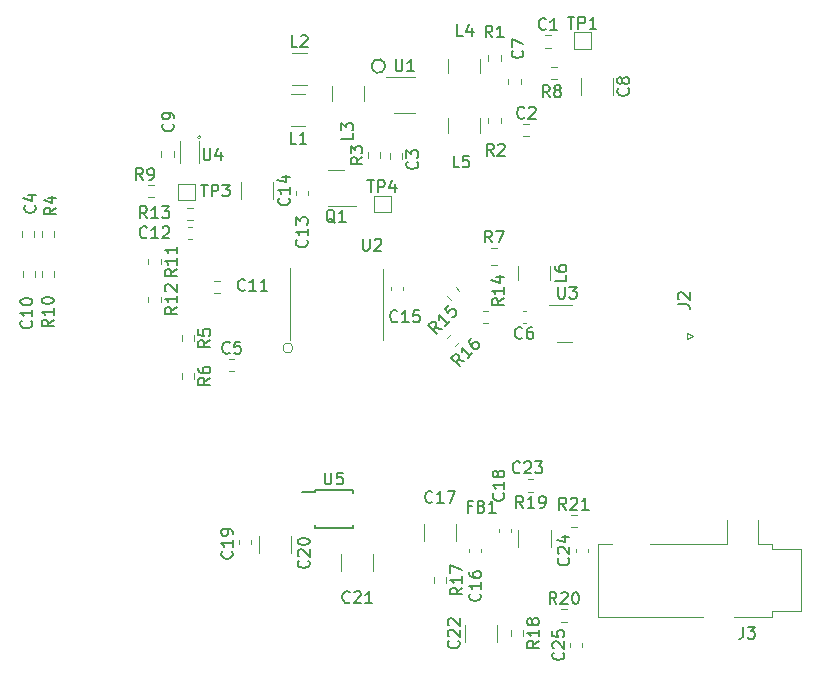
<source format=gbr>
%TF.GenerationSoftware,KiCad,Pcbnew,6.0.2+dfsg-1*%
%TF.CreationDate,2024-07-06T12:30:45+10:00*%
%TF.ProjectId,ulx3s_mixer,756c7833-735f-46d6-9978-65722e6b6963,rev?*%
%TF.SameCoordinates,Original*%
%TF.FileFunction,Legend,Top*%
%TF.FilePolarity,Positive*%
%FSLAX46Y46*%
G04 Gerber Fmt 4.6, Leading zero omitted, Abs format (unit mm)*
G04 Created by KiCad (PCBNEW 6.0.2+dfsg-1) date 2024-07-06 12:30:45*
%MOMM*%
%LPD*%
G01*
G04 APERTURE LIST*
%ADD10C,0.150000*%
%ADD11C,0.120000*%
G04 APERTURE END LIST*
D10*
X123097548Y-55465143D02*
G75*
G03*
X123090000Y-55470000I-317548J485143D01*
G01*
%TO.C,U5*%
X118238095Y-89402380D02*
X118238095Y-90211904D01*
X118285714Y-90307142D01*
X118333333Y-90354761D01*
X118428571Y-90402380D01*
X118619047Y-90402380D01*
X118714285Y-90354761D01*
X118761904Y-90307142D01*
X118809523Y-90211904D01*
X118809523Y-89402380D01*
X119761904Y-89402380D02*
X119285714Y-89402380D01*
X119238095Y-89878571D01*
X119285714Y-89830952D01*
X119380952Y-89783333D01*
X119619047Y-89783333D01*
X119714285Y-89830952D01*
X119761904Y-89878571D01*
X119809523Y-89973809D01*
X119809523Y-90211904D01*
X119761904Y-90307142D01*
X119714285Y-90354761D01*
X119619047Y-90402380D01*
X119380952Y-90402380D01*
X119285714Y-90354761D01*
X119238095Y-90307142D01*
%TO.C,R21*%
X138682142Y-92522380D02*
X138348809Y-92046190D01*
X138110714Y-92522380D02*
X138110714Y-91522380D01*
X138491666Y-91522380D01*
X138586904Y-91570000D01*
X138634523Y-91617619D01*
X138682142Y-91712857D01*
X138682142Y-91855714D01*
X138634523Y-91950952D01*
X138586904Y-91998571D01*
X138491666Y-92046190D01*
X138110714Y-92046190D01*
X139063095Y-91617619D02*
X139110714Y-91570000D01*
X139205952Y-91522380D01*
X139444047Y-91522380D01*
X139539285Y-91570000D01*
X139586904Y-91617619D01*
X139634523Y-91712857D01*
X139634523Y-91808095D01*
X139586904Y-91950952D01*
X139015476Y-92522380D01*
X139634523Y-92522380D01*
X140586904Y-92522380D02*
X140015476Y-92522380D01*
X140301190Y-92522380D02*
X140301190Y-91522380D01*
X140205952Y-91665238D01*
X140110714Y-91760476D01*
X140015476Y-91808095D01*
%TO.C,R20*%
X137857142Y-100522380D02*
X137523809Y-100046190D01*
X137285714Y-100522380D02*
X137285714Y-99522380D01*
X137666666Y-99522380D01*
X137761904Y-99570000D01*
X137809523Y-99617619D01*
X137857142Y-99712857D01*
X137857142Y-99855714D01*
X137809523Y-99950952D01*
X137761904Y-99998571D01*
X137666666Y-100046190D01*
X137285714Y-100046190D01*
X138238095Y-99617619D02*
X138285714Y-99570000D01*
X138380952Y-99522380D01*
X138619047Y-99522380D01*
X138714285Y-99570000D01*
X138761904Y-99617619D01*
X138809523Y-99712857D01*
X138809523Y-99808095D01*
X138761904Y-99950952D01*
X138190476Y-100522380D01*
X138809523Y-100522380D01*
X139428571Y-99522380D02*
X139523809Y-99522380D01*
X139619047Y-99570000D01*
X139666666Y-99617619D01*
X139714285Y-99712857D01*
X139761904Y-99903333D01*
X139761904Y-100141428D01*
X139714285Y-100331904D01*
X139666666Y-100427142D01*
X139619047Y-100474761D01*
X139523809Y-100522380D01*
X139428571Y-100522380D01*
X139333333Y-100474761D01*
X139285714Y-100427142D01*
X139238095Y-100331904D01*
X139190476Y-100141428D01*
X139190476Y-99903333D01*
X139238095Y-99712857D01*
X139285714Y-99617619D01*
X139333333Y-99570000D01*
X139428571Y-99522380D01*
%TO.C,R19*%
X135032142Y-92382380D02*
X134698809Y-91906190D01*
X134460714Y-92382380D02*
X134460714Y-91382380D01*
X134841666Y-91382380D01*
X134936904Y-91430000D01*
X134984523Y-91477619D01*
X135032142Y-91572857D01*
X135032142Y-91715714D01*
X134984523Y-91810952D01*
X134936904Y-91858571D01*
X134841666Y-91906190D01*
X134460714Y-91906190D01*
X135984523Y-92382380D02*
X135413095Y-92382380D01*
X135698809Y-92382380D02*
X135698809Y-91382380D01*
X135603571Y-91525238D01*
X135508333Y-91620476D01*
X135413095Y-91668095D01*
X136460714Y-92382380D02*
X136651190Y-92382380D01*
X136746428Y-92334761D01*
X136794047Y-92287142D01*
X136889285Y-92144285D01*
X136936904Y-91953809D01*
X136936904Y-91572857D01*
X136889285Y-91477619D01*
X136841666Y-91430000D01*
X136746428Y-91382380D01*
X136555952Y-91382380D01*
X136460714Y-91430000D01*
X136413095Y-91477619D01*
X136365476Y-91572857D01*
X136365476Y-91810952D01*
X136413095Y-91906190D01*
X136460714Y-91953809D01*
X136555952Y-92001428D01*
X136746428Y-92001428D01*
X136841666Y-91953809D01*
X136889285Y-91906190D01*
X136936904Y-91810952D01*
%TO.C,R18*%
X136382380Y-103642857D02*
X135906190Y-103976190D01*
X136382380Y-104214285D02*
X135382380Y-104214285D01*
X135382380Y-103833333D01*
X135430000Y-103738095D01*
X135477619Y-103690476D01*
X135572857Y-103642857D01*
X135715714Y-103642857D01*
X135810952Y-103690476D01*
X135858571Y-103738095D01*
X135906190Y-103833333D01*
X135906190Y-104214285D01*
X136382380Y-102690476D02*
X136382380Y-103261904D01*
X136382380Y-102976190D02*
X135382380Y-102976190D01*
X135525238Y-103071428D01*
X135620476Y-103166666D01*
X135668095Y-103261904D01*
X135810952Y-102119047D02*
X135763333Y-102214285D01*
X135715714Y-102261904D01*
X135620476Y-102309523D01*
X135572857Y-102309523D01*
X135477619Y-102261904D01*
X135430000Y-102214285D01*
X135382380Y-102119047D01*
X135382380Y-101928571D01*
X135430000Y-101833333D01*
X135477619Y-101785714D01*
X135572857Y-101738095D01*
X135620476Y-101738095D01*
X135715714Y-101785714D01*
X135763333Y-101833333D01*
X135810952Y-101928571D01*
X135810952Y-102119047D01*
X135858571Y-102214285D01*
X135906190Y-102261904D01*
X136001428Y-102309523D01*
X136191904Y-102309523D01*
X136287142Y-102261904D01*
X136334761Y-102214285D01*
X136382380Y-102119047D01*
X136382380Y-101928571D01*
X136334761Y-101833333D01*
X136287142Y-101785714D01*
X136191904Y-101738095D01*
X136001428Y-101738095D01*
X135906190Y-101785714D01*
X135858571Y-101833333D01*
X135810952Y-101928571D01*
%TO.C,R17*%
X129882380Y-99142857D02*
X129406190Y-99476190D01*
X129882380Y-99714285D02*
X128882380Y-99714285D01*
X128882380Y-99333333D01*
X128930000Y-99238095D01*
X128977619Y-99190476D01*
X129072857Y-99142857D01*
X129215714Y-99142857D01*
X129310952Y-99190476D01*
X129358571Y-99238095D01*
X129406190Y-99333333D01*
X129406190Y-99714285D01*
X129882380Y-98190476D02*
X129882380Y-98761904D01*
X129882380Y-98476190D02*
X128882380Y-98476190D01*
X129025238Y-98571428D01*
X129120476Y-98666666D01*
X129168095Y-98761904D01*
X128882380Y-97857142D02*
X128882380Y-97190476D01*
X129882380Y-97619047D01*
%TO.C,J3*%
X153666666Y-102452380D02*
X153666666Y-103166666D01*
X153619047Y-103309523D01*
X153523809Y-103404761D01*
X153380952Y-103452380D01*
X153285714Y-103452380D01*
X154047619Y-102452380D02*
X154666666Y-102452380D01*
X154333333Y-102833333D01*
X154476190Y-102833333D01*
X154571428Y-102880952D01*
X154619047Y-102928571D01*
X154666666Y-103023809D01*
X154666666Y-103261904D01*
X154619047Y-103357142D01*
X154571428Y-103404761D01*
X154476190Y-103452380D01*
X154190476Y-103452380D01*
X154095238Y-103404761D01*
X154047619Y-103357142D01*
%TO.C,FB1*%
X130666666Y-92258571D02*
X130333333Y-92258571D01*
X130333333Y-92782380D02*
X130333333Y-91782380D01*
X130809523Y-91782380D01*
X131523809Y-92258571D02*
X131666666Y-92306190D01*
X131714285Y-92353809D01*
X131761904Y-92449047D01*
X131761904Y-92591904D01*
X131714285Y-92687142D01*
X131666666Y-92734761D01*
X131571428Y-92782380D01*
X131190476Y-92782380D01*
X131190476Y-91782380D01*
X131523809Y-91782380D01*
X131619047Y-91830000D01*
X131666666Y-91877619D01*
X131714285Y-91972857D01*
X131714285Y-92068095D01*
X131666666Y-92163333D01*
X131619047Y-92210952D01*
X131523809Y-92258571D01*
X131190476Y-92258571D01*
X132714285Y-92782380D02*
X132142857Y-92782380D01*
X132428571Y-92782380D02*
X132428571Y-91782380D01*
X132333333Y-91925238D01*
X132238095Y-92020476D01*
X132142857Y-92068095D01*
%TO.C,C25*%
X138427142Y-104642857D02*
X138474761Y-104690476D01*
X138522380Y-104833333D01*
X138522380Y-104928571D01*
X138474761Y-105071428D01*
X138379523Y-105166666D01*
X138284285Y-105214285D01*
X138093809Y-105261904D01*
X137950952Y-105261904D01*
X137760476Y-105214285D01*
X137665238Y-105166666D01*
X137570000Y-105071428D01*
X137522380Y-104928571D01*
X137522380Y-104833333D01*
X137570000Y-104690476D01*
X137617619Y-104642857D01*
X137617619Y-104261904D02*
X137570000Y-104214285D01*
X137522380Y-104119047D01*
X137522380Y-103880952D01*
X137570000Y-103785714D01*
X137617619Y-103738095D01*
X137712857Y-103690476D01*
X137808095Y-103690476D01*
X137950952Y-103738095D01*
X138522380Y-104309523D01*
X138522380Y-103690476D01*
X137522380Y-102785714D02*
X137522380Y-103261904D01*
X137998571Y-103309523D01*
X137950952Y-103261904D01*
X137903333Y-103166666D01*
X137903333Y-102928571D01*
X137950952Y-102833333D01*
X137998571Y-102785714D01*
X138093809Y-102738095D01*
X138331904Y-102738095D01*
X138427142Y-102785714D01*
X138474761Y-102833333D01*
X138522380Y-102928571D01*
X138522380Y-103166666D01*
X138474761Y-103261904D01*
X138427142Y-103309523D01*
%TO.C,C24*%
X138857142Y-96642857D02*
X138904761Y-96690476D01*
X138952380Y-96833333D01*
X138952380Y-96928571D01*
X138904761Y-97071428D01*
X138809523Y-97166666D01*
X138714285Y-97214285D01*
X138523809Y-97261904D01*
X138380952Y-97261904D01*
X138190476Y-97214285D01*
X138095238Y-97166666D01*
X138000000Y-97071428D01*
X137952380Y-96928571D01*
X137952380Y-96833333D01*
X138000000Y-96690476D01*
X138047619Y-96642857D01*
X138047619Y-96261904D02*
X138000000Y-96214285D01*
X137952380Y-96119047D01*
X137952380Y-95880952D01*
X138000000Y-95785714D01*
X138047619Y-95738095D01*
X138142857Y-95690476D01*
X138238095Y-95690476D01*
X138380952Y-95738095D01*
X138952380Y-96309523D01*
X138952380Y-95690476D01*
X138285714Y-94833333D02*
X138952380Y-94833333D01*
X137904761Y-95071428D02*
X138619047Y-95309523D01*
X138619047Y-94690476D01*
%TO.C,C23*%
X134769400Y-89357142D02*
X134721781Y-89404761D01*
X134578924Y-89452380D01*
X134483686Y-89452380D01*
X134340829Y-89404761D01*
X134245591Y-89309523D01*
X134197972Y-89214285D01*
X134150353Y-89023809D01*
X134150353Y-88880952D01*
X134197972Y-88690476D01*
X134245591Y-88595238D01*
X134340829Y-88500000D01*
X134483686Y-88452380D01*
X134578924Y-88452380D01*
X134721781Y-88500000D01*
X134769400Y-88547619D01*
X135150353Y-88547619D02*
X135197972Y-88500000D01*
X135293210Y-88452380D01*
X135531305Y-88452380D01*
X135626543Y-88500000D01*
X135674162Y-88547619D01*
X135721781Y-88642857D01*
X135721781Y-88738095D01*
X135674162Y-88880952D01*
X135102734Y-89452380D01*
X135721781Y-89452380D01*
X136055115Y-88452380D02*
X136674162Y-88452380D01*
X136340829Y-88833333D01*
X136483686Y-88833333D01*
X136578924Y-88880952D01*
X136626543Y-88928571D01*
X136674162Y-89023809D01*
X136674162Y-89261904D01*
X136626543Y-89357142D01*
X136578924Y-89404761D01*
X136483686Y-89452380D01*
X136197972Y-89452380D01*
X136102734Y-89404761D01*
X136055115Y-89357142D01*
%TO.C,C22*%
X129557142Y-103642857D02*
X129604761Y-103690476D01*
X129652380Y-103833333D01*
X129652380Y-103928571D01*
X129604761Y-104071428D01*
X129509523Y-104166666D01*
X129414285Y-104214285D01*
X129223809Y-104261904D01*
X129080952Y-104261904D01*
X128890476Y-104214285D01*
X128795238Y-104166666D01*
X128700000Y-104071428D01*
X128652380Y-103928571D01*
X128652380Y-103833333D01*
X128700000Y-103690476D01*
X128747619Y-103642857D01*
X128747619Y-103261904D02*
X128700000Y-103214285D01*
X128652380Y-103119047D01*
X128652380Y-102880952D01*
X128700000Y-102785714D01*
X128747619Y-102738095D01*
X128842857Y-102690476D01*
X128938095Y-102690476D01*
X129080952Y-102738095D01*
X129652380Y-103309523D01*
X129652380Y-102690476D01*
X128747619Y-102309523D02*
X128700000Y-102261904D01*
X128652380Y-102166666D01*
X128652380Y-101928571D01*
X128700000Y-101833333D01*
X128747619Y-101785714D01*
X128842857Y-101738095D01*
X128938095Y-101738095D01*
X129080952Y-101785714D01*
X129652380Y-102357142D01*
X129652380Y-101738095D01*
%TO.C,C21*%
X120357142Y-100357142D02*
X120309523Y-100404761D01*
X120166666Y-100452380D01*
X120071428Y-100452380D01*
X119928571Y-100404761D01*
X119833333Y-100309523D01*
X119785714Y-100214285D01*
X119738095Y-100023809D01*
X119738095Y-99880952D01*
X119785714Y-99690476D01*
X119833333Y-99595238D01*
X119928571Y-99500000D01*
X120071428Y-99452380D01*
X120166666Y-99452380D01*
X120309523Y-99500000D01*
X120357142Y-99547619D01*
X120738095Y-99547619D02*
X120785714Y-99500000D01*
X120880952Y-99452380D01*
X121119047Y-99452380D01*
X121214285Y-99500000D01*
X121261904Y-99547619D01*
X121309523Y-99642857D01*
X121309523Y-99738095D01*
X121261904Y-99880952D01*
X120690476Y-100452380D01*
X121309523Y-100452380D01*
X122261904Y-100452380D02*
X121690476Y-100452380D01*
X121976190Y-100452380D02*
X121976190Y-99452380D01*
X121880952Y-99595238D01*
X121785714Y-99690476D01*
X121690476Y-99738095D01*
%TO.C,C20*%
X116857142Y-96854109D02*
X116904761Y-96901728D01*
X116952380Y-97044585D01*
X116952380Y-97139823D01*
X116904761Y-97282680D01*
X116809523Y-97377918D01*
X116714285Y-97425537D01*
X116523809Y-97473156D01*
X116380952Y-97473156D01*
X116190476Y-97425537D01*
X116095238Y-97377918D01*
X116000000Y-97282680D01*
X115952380Y-97139823D01*
X115952380Y-97044585D01*
X116000000Y-96901728D01*
X116047619Y-96854109D01*
X116047619Y-96473156D02*
X116000000Y-96425537D01*
X115952380Y-96330299D01*
X115952380Y-96092204D01*
X116000000Y-95996966D01*
X116047619Y-95949347D01*
X116142857Y-95901728D01*
X116238095Y-95901728D01*
X116380952Y-95949347D01*
X116952380Y-96520775D01*
X116952380Y-95901728D01*
X115952380Y-95282680D02*
X115952380Y-95187442D01*
X116000000Y-95092204D01*
X116047619Y-95044585D01*
X116142857Y-94996966D01*
X116333333Y-94949347D01*
X116571428Y-94949347D01*
X116761904Y-94996966D01*
X116857142Y-95044585D01*
X116904761Y-95092204D01*
X116952380Y-95187442D01*
X116952380Y-95282680D01*
X116904761Y-95377918D01*
X116857142Y-95425537D01*
X116761904Y-95473156D01*
X116571428Y-95520775D01*
X116333333Y-95520775D01*
X116142857Y-95473156D01*
X116047619Y-95425537D01*
X116000000Y-95377918D01*
X115952380Y-95282680D01*
%TO.C,C19*%
X110357142Y-96058437D02*
X110404761Y-96106056D01*
X110452380Y-96248913D01*
X110452380Y-96344151D01*
X110404761Y-96487008D01*
X110309523Y-96582246D01*
X110214285Y-96629865D01*
X110023809Y-96677484D01*
X109880952Y-96677484D01*
X109690476Y-96629865D01*
X109595238Y-96582246D01*
X109500000Y-96487008D01*
X109452380Y-96344151D01*
X109452380Y-96248913D01*
X109500000Y-96106056D01*
X109547619Y-96058437D01*
X110452380Y-95106056D02*
X110452380Y-95677484D01*
X110452380Y-95391770D02*
X109452380Y-95391770D01*
X109595238Y-95487008D01*
X109690476Y-95582246D01*
X109738095Y-95677484D01*
X110452380Y-94629865D02*
X110452380Y-94439389D01*
X110404761Y-94344151D01*
X110357142Y-94296532D01*
X110214285Y-94201294D01*
X110023809Y-94153675D01*
X109642857Y-94153675D01*
X109547619Y-94201294D01*
X109500000Y-94248913D01*
X109452380Y-94344151D01*
X109452380Y-94534627D01*
X109500000Y-94629865D01*
X109547619Y-94677484D01*
X109642857Y-94725103D01*
X109880952Y-94725103D01*
X109976190Y-94677484D01*
X110023809Y-94629865D01*
X110071428Y-94534627D01*
X110071428Y-94344151D01*
X110023809Y-94248913D01*
X109976190Y-94201294D01*
X109880952Y-94153675D01*
%TO.C,C18*%
X133357142Y-91142857D02*
X133404761Y-91190476D01*
X133452380Y-91333333D01*
X133452380Y-91428571D01*
X133404761Y-91571428D01*
X133309523Y-91666666D01*
X133214285Y-91714285D01*
X133023809Y-91761904D01*
X132880952Y-91761904D01*
X132690476Y-91714285D01*
X132595238Y-91666666D01*
X132500000Y-91571428D01*
X132452380Y-91428571D01*
X132452380Y-91333333D01*
X132500000Y-91190476D01*
X132547619Y-91142857D01*
X133452380Y-90190476D02*
X133452380Y-90761904D01*
X133452380Y-90476190D02*
X132452380Y-90476190D01*
X132595238Y-90571428D01*
X132690476Y-90666666D01*
X132738095Y-90761904D01*
X132880952Y-89619047D02*
X132833333Y-89714285D01*
X132785714Y-89761904D01*
X132690476Y-89809523D01*
X132642857Y-89809523D01*
X132547619Y-89761904D01*
X132500000Y-89714285D01*
X132452380Y-89619047D01*
X132452380Y-89428571D01*
X132500000Y-89333333D01*
X132547619Y-89285714D01*
X132642857Y-89238095D01*
X132690476Y-89238095D01*
X132785714Y-89285714D01*
X132833333Y-89333333D01*
X132880952Y-89428571D01*
X132880952Y-89619047D01*
X132928571Y-89714285D01*
X132976190Y-89761904D01*
X133071428Y-89809523D01*
X133261904Y-89809523D01*
X133357142Y-89761904D01*
X133404761Y-89714285D01*
X133452380Y-89619047D01*
X133452380Y-89428571D01*
X133404761Y-89333333D01*
X133357142Y-89285714D01*
X133261904Y-89238095D01*
X133071428Y-89238095D01*
X132976190Y-89285714D01*
X132928571Y-89333333D01*
X132880952Y-89428571D01*
%TO.C,C17*%
X127357142Y-91857142D02*
X127309523Y-91904761D01*
X127166666Y-91952380D01*
X127071428Y-91952380D01*
X126928571Y-91904761D01*
X126833333Y-91809523D01*
X126785714Y-91714285D01*
X126738095Y-91523809D01*
X126738095Y-91380952D01*
X126785714Y-91190476D01*
X126833333Y-91095238D01*
X126928571Y-91000000D01*
X127071428Y-90952380D01*
X127166666Y-90952380D01*
X127309523Y-91000000D01*
X127357142Y-91047619D01*
X128309523Y-91952380D02*
X127738095Y-91952380D01*
X128023809Y-91952380D02*
X128023809Y-90952380D01*
X127928571Y-91095238D01*
X127833333Y-91190476D01*
X127738095Y-91238095D01*
X128642857Y-90952380D02*
X129309523Y-90952380D01*
X128880952Y-91952380D01*
%TO.C,C16*%
X131357142Y-99642857D02*
X131404761Y-99690476D01*
X131452380Y-99833333D01*
X131452380Y-99928571D01*
X131404761Y-100071428D01*
X131309523Y-100166666D01*
X131214285Y-100214285D01*
X131023809Y-100261904D01*
X130880952Y-100261904D01*
X130690476Y-100214285D01*
X130595238Y-100166666D01*
X130500000Y-100071428D01*
X130452380Y-99928571D01*
X130452380Y-99833333D01*
X130500000Y-99690476D01*
X130547619Y-99642857D01*
X131452380Y-98690476D02*
X131452380Y-99261904D01*
X131452380Y-98976190D02*
X130452380Y-98976190D01*
X130595238Y-99071428D01*
X130690476Y-99166666D01*
X130738095Y-99261904D01*
X130452380Y-97833333D02*
X130452380Y-98023809D01*
X130500000Y-98119047D01*
X130547619Y-98166666D01*
X130690476Y-98261904D01*
X130880952Y-98309523D01*
X131261904Y-98309523D01*
X131357142Y-98261904D01*
X131404761Y-98214285D01*
X131452380Y-98119047D01*
X131452380Y-97928571D01*
X131404761Y-97833333D01*
X131357142Y-97785714D01*
X131261904Y-97738095D01*
X131023809Y-97738095D01*
X130928571Y-97785714D01*
X130880952Y-97833333D01*
X130833333Y-97928571D01*
X130833333Y-98119047D01*
X130880952Y-98214285D01*
X130928571Y-98261904D01*
X131023809Y-98309523D01*
%TO.C,C13*%
X116697142Y-69682857D02*
X116744761Y-69730476D01*
X116792380Y-69873333D01*
X116792380Y-69968571D01*
X116744761Y-70111428D01*
X116649523Y-70206666D01*
X116554285Y-70254285D01*
X116363809Y-70301904D01*
X116220952Y-70301904D01*
X116030476Y-70254285D01*
X115935238Y-70206666D01*
X115840000Y-70111428D01*
X115792380Y-69968571D01*
X115792380Y-69873333D01*
X115840000Y-69730476D01*
X115887619Y-69682857D01*
X116792380Y-68730476D02*
X116792380Y-69301904D01*
X116792380Y-69016190D02*
X115792380Y-69016190D01*
X115935238Y-69111428D01*
X116030476Y-69206666D01*
X116078095Y-69301904D01*
X115792380Y-68397142D02*
X115792380Y-67778095D01*
X116173333Y-68111428D01*
X116173333Y-67968571D01*
X116220952Y-67873333D01*
X116268571Y-67825714D01*
X116363809Y-67778095D01*
X116601904Y-67778095D01*
X116697142Y-67825714D01*
X116744761Y-67873333D01*
X116792380Y-67968571D01*
X116792380Y-68254285D01*
X116744761Y-68349523D01*
X116697142Y-68397142D01*
%TO.C,R10*%
X95277380Y-76447857D02*
X94801190Y-76781190D01*
X95277380Y-77019285D02*
X94277380Y-77019285D01*
X94277380Y-76638333D01*
X94325000Y-76543095D01*
X94372619Y-76495476D01*
X94467857Y-76447857D01*
X94610714Y-76447857D01*
X94705952Y-76495476D01*
X94753571Y-76543095D01*
X94801190Y-76638333D01*
X94801190Y-77019285D01*
X95277380Y-75495476D02*
X95277380Y-76066904D01*
X95277380Y-75781190D02*
X94277380Y-75781190D01*
X94420238Y-75876428D01*
X94515476Y-75971666D01*
X94563095Y-76066904D01*
X94277380Y-74876428D02*
X94277380Y-74781190D01*
X94325000Y-74685952D01*
X94372619Y-74638333D01*
X94467857Y-74590714D01*
X94658333Y-74543095D01*
X94896428Y-74543095D01*
X95086904Y-74590714D01*
X95182142Y-74638333D01*
X95229761Y-74685952D01*
X95277380Y-74781190D01*
X95277380Y-74876428D01*
X95229761Y-74971666D01*
X95182142Y-75019285D01*
X95086904Y-75066904D01*
X94896428Y-75114523D01*
X94658333Y-75114523D01*
X94467857Y-75066904D01*
X94372619Y-75019285D01*
X94325000Y-74971666D01*
X94277380Y-74876428D01*
%TO.C,U3*%
X138000595Y-73657380D02*
X138000595Y-74466904D01*
X138048214Y-74562142D01*
X138095833Y-74609761D01*
X138191071Y-74657380D01*
X138381547Y-74657380D01*
X138476785Y-74609761D01*
X138524404Y-74562142D01*
X138572023Y-74466904D01*
X138572023Y-73657380D01*
X138952976Y-73657380D02*
X139572023Y-73657380D01*
X139238690Y-74038333D01*
X139381547Y-74038333D01*
X139476785Y-74085952D01*
X139524404Y-74133571D01*
X139572023Y-74228809D01*
X139572023Y-74466904D01*
X139524404Y-74562142D01*
X139476785Y-74609761D01*
X139381547Y-74657380D01*
X139095833Y-74657380D01*
X139000595Y-74609761D01*
X138952976Y-74562142D01*
%TO.C,R16*%
X130065312Y-79984451D02*
X129492893Y-79883436D01*
X129661251Y-80388512D02*
X128954145Y-79681405D01*
X129223519Y-79412031D01*
X129324534Y-79378359D01*
X129391877Y-79378359D01*
X129492893Y-79412031D01*
X129593908Y-79513046D01*
X129627580Y-79614062D01*
X129627580Y-79681405D01*
X129593908Y-79782420D01*
X129324534Y-80051794D01*
X130738748Y-79311016D02*
X130334687Y-79715077D01*
X130536717Y-79513046D02*
X129829610Y-78805939D01*
X129863282Y-78974298D01*
X129863282Y-79108985D01*
X129829610Y-79210001D01*
X130637732Y-77997817D02*
X130503045Y-78132504D01*
X130469374Y-78233520D01*
X130469374Y-78300863D01*
X130503045Y-78469222D01*
X130604061Y-78637581D01*
X130873435Y-78906955D01*
X130974450Y-78940626D01*
X131041793Y-78940626D01*
X131142809Y-78906955D01*
X131277496Y-78772268D01*
X131311167Y-78671252D01*
X131311167Y-78603909D01*
X131277496Y-78502894D01*
X131109137Y-78334535D01*
X131008122Y-78300863D01*
X130940778Y-78300863D01*
X130839763Y-78334535D01*
X130705076Y-78469222D01*
X130671404Y-78570237D01*
X130671404Y-78637581D01*
X130705076Y-78738596D01*
%TO.C,R14*%
X133389880Y-74647857D02*
X132913690Y-74981190D01*
X133389880Y-75219285D02*
X132389880Y-75219285D01*
X132389880Y-74838333D01*
X132437500Y-74743095D01*
X132485119Y-74695476D01*
X132580357Y-74647857D01*
X132723214Y-74647857D01*
X132818452Y-74695476D01*
X132866071Y-74743095D01*
X132913690Y-74838333D01*
X132913690Y-75219285D01*
X133389880Y-73695476D02*
X133389880Y-74266904D01*
X133389880Y-73981190D02*
X132389880Y-73981190D01*
X132532738Y-74076428D01*
X132627976Y-74171666D01*
X132675595Y-74266904D01*
X132723214Y-72838333D02*
X133389880Y-72838333D01*
X132342261Y-73076428D02*
X133056547Y-73314523D01*
X133056547Y-72695476D01*
%TO.C,L6*%
X138694880Y-72671666D02*
X138694880Y-73147857D01*
X137694880Y-73147857D01*
X137694880Y-71909761D02*
X137694880Y-72100238D01*
X137742500Y-72195476D01*
X137790119Y-72243095D01*
X137932976Y-72338333D01*
X138123452Y-72385952D01*
X138504404Y-72385952D01*
X138599642Y-72338333D01*
X138647261Y-72290714D01*
X138694880Y-72195476D01*
X138694880Y-72005000D01*
X138647261Y-71909761D01*
X138599642Y-71862142D01*
X138504404Y-71814523D01*
X138266309Y-71814523D01*
X138171071Y-71862142D01*
X138123452Y-71909761D01*
X138075833Y-72005000D01*
X138075833Y-72195476D01*
X138123452Y-72290714D01*
X138171071Y-72338333D01*
X138266309Y-72385952D01*
%TO.C,R4*%
X95477380Y-66971666D02*
X95001190Y-67305000D01*
X95477380Y-67543095D02*
X94477380Y-67543095D01*
X94477380Y-67162142D01*
X94525000Y-67066904D01*
X94572619Y-67019285D01*
X94667857Y-66971666D01*
X94810714Y-66971666D01*
X94905952Y-67019285D01*
X94953571Y-67066904D01*
X95001190Y-67162142D01*
X95001190Y-67543095D01*
X94810714Y-66114523D02*
X95477380Y-66114523D01*
X94429761Y-66352619D02*
X95144047Y-66590714D01*
X95144047Y-65971666D01*
%TO.C,L5*%
X129633333Y-63552380D02*
X129157142Y-63552380D01*
X129157142Y-62552380D01*
X130442857Y-62552380D02*
X129966666Y-62552380D01*
X129919047Y-63028571D01*
X129966666Y-62980952D01*
X130061904Y-62933333D01*
X130300000Y-62933333D01*
X130395238Y-62980952D01*
X130442857Y-63028571D01*
X130490476Y-63123809D01*
X130490476Y-63361904D01*
X130442857Y-63457142D01*
X130395238Y-63504761D01*
X130300000Y-63552380D01*
X130061904Y-63552380D01*
X129966666Y-63504761D01*
X129919047Y-63457142D01*
%TO.C,R6*%
X108532380Y-81371666D02*
X108056190Y-81705000D01*
X108532380Y-81943095D02*
X107532380Y-81943095D01*
X107532380Y-81562142D01*
X107580000Y-81466904D01*
X107627619Y-81419285D01*
X107722857Y-81371666D01*
X107865714Y-81371666D01*
X107960952Y-81419285D01*
X108008571Y-81466904D01*
X108056190Y-81562142D01*
X108056190Y-81943095D01*
X107532380Y-80514523D02*
X107532380Y-80705000D01*
X107580000Y-80800238D01*
X107627619Y-80847857D01*
X107770476Y-80943095D01*
X107960952Y-80990714D01*
X108341904Y-80990714D01*
X108437142Y-80943095D01*
X108484761Y-80895476D01*
X108532380Y-80800238D01*
X108532380Y-80609761D01*
X108484761Y-80514523D01*
X108437142Y-80466904D01*
X108341904Y-80419285D01*
X108103809Y-80419285D01*
X108008571Y-80466904D01*
X107960952Y-80514523D01*
X107913333Y-80609761D01*
X107913333Y-80800238D01*
X107960952Y-80895476D01*
X108008571Y-80943095D01*
X108103809Y-80990714D01*
%TO.C,C1*%
X136958333Y-51827142D02*
X136910714Y-51874761D01*
X136767857Y-51922380D01*
X136672619Y-51922380D01*
X136529761Y-51874761D01*
X136434523Y-51779523D01*
X136386904Y-51684285D01*
X136339285Y-51493809D01*
X136339285Y-51350952D01*
X136386904Y-51160476D01*
X136434523Y-51065238D01*
X136529761Y-50970000D01*
X136672619Y-50922380D01*
X136767857Y-50922380D01*
X136910714Y-50970000D01*
X136958333Y-51017619D01*
X137910714Y-51922380D02*
X137339285Y-51922380D01*
X137625000Y-51922380D02*
X137625000Y-50922380D01*
X137529761Y-51065238D01*
X137434523Y-51160476D01*
X137339285Y-51208095D01*
%TO.C,R9*%
X102843333Y-64612380D02*
X102510000Y-64136190D01*
X102271904Y-64612380D02*
X102271904Y-63612380D01*
X102652857Y-63612380D01*
X102748095Y-63660000D01*
X102795714Y-63707619D01*
X102843333Y-63802857D01*
X102843333Y-63945714D01*
X102795714Y-64040952D01*
X102748095Y-64088571D01*
X102652857Y-64136190D01*
X102271904Y-64136190D01*
X103319523Y-64612380D02*
X103510000Y-64612380D01*
X103605238Y-64564761D01*
X103652857Y-64517142D01*
X103748095Y-64374285D01*
X103795714Y-64183809D01*
X103795714Y-63802857D01*
X103748095Y-63707619D01*
X103700476Y-63660000D01*
X103605238Y-63612380D01*
X103414761Y-63612380D01*
X103319523Y-63660000D01*
X103271904Y-63707619D01*
X103224285Y-63802857D01*
X103224285Y-64040952D01*
X103271904Y-64136190D01*
X103319523Y-64183809D01*
X103414761Y-64231428D01*
X103605238Y-64231428D01*
X103700476Y-64183809D01*
X103748095Y-64136190D01*
X103795714Y-64040952D01*
%TO.C,C5*%
X110183333Y-79232142D02*
X110135714Y-79279761D01*
X109992857Y-79327380D01*
X109897619Y-79327380D01*
X109754761Y-79279761D01*
X109659523Y-79184523D01*
X109611904Y-79089285D01*
X109564285Y-78898809D01*
X109564285Y-78755952D01*
X109611904Y-78565476D01*
X109659523Y-78470238D01*
X109754761Y-78375000D01*
X109897619Y-78327380D01*
X109992857Y-78327380D01*
X110135714Y-78375000D01*
X110183333Y-78422619D01*
X111088095Y-78327380D02*
X110611904Y-78327380D01*
X110564285Y-78803571D01*
X110611904Y-78755952D01*
X110707142Y-78708333D01*
X110945238Y-78708333D01*
X111040476Y-78755952D01*
X111088095Y-78803571D01*
X111135714Y-78898809D01*
X111135714Y-79136904D01*
X111088095Y-79232142D01*
X111040476Y-79279761D01*
X110945238Y-79327380D01*
X110707142Y-79327380D01*
X110611904Y-79279761D01*
X110564285Y-79232142D01*
%TO.C,R5*%
X108532380Y-78171666D02*
X108056190Y-78505000D01*
X108532380Y-78743095D02*
X107532380Y-78743095D01*
X107532380Y-78362142D01*
X107580000Y-78266904D01*
X107627619Y-78219285D01*
X107722857Y-78171666D01*
X107865714Y-78171666D01*
X107960952Y-78219285D01*
X108008571Y-78266904D01*
X108056190Y-78362142D01*
X108056190Y-78743095D01*
X107532380Y-77266904D02*
X107532380Y-77743095D01*
X108008571Y-77790714D01*
X107960952Y-77743095D01*
X107913333Y-77647857D01*
X107913333Y-77409761D01*
X107960952Y-77314523D01*
X108008571Y-77266904D01*
X108103809Y-77219285D01*
X108341904Y-77219285D01*
X108437142Y-77266904D01*
X108484761Y-77314523D01*
X108532380Y-77409761D01*
X108532380Y-77647857D01*
X108484761Y-77743095D01*
X108437142Y-77790714D01*
%TO.C,L3*%
X120652380Y-60666666D02*
X120652380Y-61142857D01*
X119652380Y-61142857D01*
X119652380Y-60428571D02*
X119652380Y-59809523D01*
X120033333Y-60142857D01*
X120033333Y-60000000D01*
X120080952Y-59904761D01*
X120128571Y-59857142D01*
X120223809Y-59809523D01*
X120461904Y-59809523D01*
X120557142Y-59857142D01*
X120604761Y-59904761D01*
X120652380Y-60000000D01*
X120652380Y-60285714D01*
X120604761Y-60380952D01*
X120557142Y-60428571D01*
%TO.C,C15*%
X124382142Y-76562142D02*
X124334523Y-76609761D01*
X124191666Y-76657380D01*
X124096428Y-76657380D01*
X123953571Y-76609761D01*
X123858333Y-76514523D01*
X123810714Y-76419285D01*
X123763095Y-76228809D01*
X123763095Y-76085952D01*
X123810714Y-75895476D01*
X123858333Y-75800238D01*
X123953571Y-75705000D01*
X124096428Y-75657380D01*
X124191666Y-75657380D01*
X124334523Y-75705000D01*
X124382142Y-75752619D01*
X125334523Y-76657380D02*
X124763095Y-76657380D01*
X125048809Y-76657380D02*
X125048809Y-75657380D01*
X124953571Y-75800238D01*
X124858333Y-75895476D01*
X124763095Y-75943095D01*
X126239285Y-75657380D02*
X125763095Y-75657380D01*
X125715476Y-76133571D01*
X125763095Y-76085952D01*
X125858333Y-76038333D01*
X126096428Y-76038333D01*
X126191666Y-76085952D01*
X126239285Y-76133571D01*
X126286904Y-76228809D01*
X126286904Y-76466904D01*
X126239285Y-76562142D01*
X126191666Y-76609761D01*
X126096428Y-76657380D01*
X125858333Y-76657380D01*
X125763095Y-76609761D01*
X125715476Y-76562142D01*
%TO.C,L4*%
X129933333Y-52452380D02*
X129457142Y-52452380D01*
X129457142Y-51452380D01*
X130695238Y-51785714D02*
X130695238Y-52452380D01*
X130457142Y-51404761D02*
X130219047Y-52119047D01*
X130838095Y-52119047D01*
%TO.C,U1*%
X124238095Y-54402380D02*
X124238095Y-55211904D01*
X124285714Y-55307142D01*
X124333333Y-55354761D01*
X124428571Y-55402380D01*
X124619047Y-55402380D01*
X124714285Y-55354761D01*
X124761904Y-55307142D01*
X124809523Y-55211904D01*
X124809523Y-54402380D01*
X125809523Y-55402380D02*
X125238095Y-55402380D01*
X125523809Y-55402380D02*
X125523809Y-54402380D01*
X125428571Y-54545238D01*
X125333333Y-54640476D01*
X125238095Y-54688095D01*
%TO.C,C2*%
X135133333Y-59327142D02*
X135085714Y-59374761D01*
X134942857Y-59422380D01*
X134847619Y-59422380D01*
X134704761Y-59374761D01*
X134609523Y-59279523D01*
X134561904Y-59184285D01*
X134514285Y-58993809D01*
X134514285Y-58850952D01*
X134561904Y-58660476D01*
X134609523Y-58565238D01*
X134704761Y-58470000D01*
X134847619Y-58422380D01*
X134942857Y-58422380D01*
X135085714Y-58470000D01*
X135133333Y-58517619D01*
X135514285Y-58517619D02*
X135561904Y-58470000D01*
X135657142Y-58422380D01*
X135895238Y-58422380D01*
X135990476Y-58470000D01*
X136038095Y-58517619D01*
X136085714Y-58612857D01*
X136085714Y-58708095D01*
X136038095Y-58850952D01*
X135466666Y-59422380D01*
X136085714Y-59422380D01*
%TO.C,TP3*%
X107758095Y-65012380D02*
X108329523Y-65012380D01*
X108043809Y-66012380D02*
X108043809Y-65012380D01*
X108662857Y-66012380D02*
X108662857Y-65012380D01*
X109043809Y-65012380D01*
X109139047Y-65060000D01*
X109186666Y-65107619D01*
X109234285Y-65202857D01*
X109234285Y-65345714D01*
X109186666Y-65440952D01*
X109139047Y-65488571D01*
X109043809Y-65536190D01*
X108662857Y-65536190D01*
X109567619Y-65012380D02*
X110186666Y-65012380D01*
X109853333Y-65393333D01*
X109996190Y-65393333D01*
X110091428Y-65440952D01*
X110139047Y-65488571D01*
X110186666Y-65583809D01*
X110186666Y-65821904D01*
X110139047Y-65917142D01*
X110091428Y-65964761D01*
X109996190Y-66012380D01*
X109710476Y-66012380D01*
X109615238Y-65964761D01*
X109567619Y-65917142D01*
%TO.C,R1*%
X132433333Y-52552380D02*
X132100000Y-52076190D01*
X131861904Y-52552380D02*
X131861904Y-51552380D01*
X132242857Y-51552380D01*
X132338095Y-51600000D01*
X132385714Y-51647619D01*
X132433333Y-51742857D01*
X132433333Y-51885714D01*
X132385714Y-51980952D01*
X132338095Y-52028571D01*
X132242857Y-52076190D01*
X131861904Y-52076190D01*
X133385714Y-52552380D02*
X132814285Y-52552380D01*
X133100000Y-52552380D02*
X133100000Y-51552380D01*
X133004761Y-51695238D01*
X132909523Y-51790476D01*
X132814285Y-51838095D01*
%TO.C,L1*%
X115833333Y-61552380D02*
X115357142Y-61552380D01*
X115357142Y-60552380D01*
X116690476Y-61552380D02*
X116119047Y-61552380D01*
X116404761Y-61552380D02*
X116404761Y-60552380D01*
X116309523Y-60695238D01*
X116214285Y-60790476D01*
X116119047Y-60838095D01*
%TO.C,R7*%
X132395833Y-69907380D02*
X132062500Y-69431190D01*
X131824404Y-69907380D02*
X131824404Y-68907380D01*
X132205357Y-68907380D01*
X132300595Y-68955000D01*
X132348214Y-69002619D01*
X132395833Y-69097857D01*
X132395833Y-69240714D01*
X132348214Y-69335952D01*
X132300595Y-69383571D01*
X132205357Y-69431190D01*
X131824404Y-69431190D01*
X132729166Y-68907380D02*
X133395833Y-68907380D01*
X132967261Y-69907380D01*
%TO.C,R13*%
X103182142Y-67857380D02*
X102848809Y-67381190D01*
X102610714Y-67857380D02*
X102610714Y-66857380D01*
X102991666Y-66857380D01*
X103086904Y-66905000D01*
X103134523Y-66952619D01*
X103182142Y-67047857D01*
X103182142Y-67190714D01*
X103134523Y-67285952D01*
X103086904Y-67333571D01*
X102991666Y-67381190D01*
X102610714Y-67381190D01*
X104134523Y-67857380D02*
X103563095Y-67857380D01*
X103848809Y-67857380D02*
X103848809Y-66857380D01*
X103753571Y-67000238D01*
X103658333Y-67095476D01*
X103563095Y-67143095D01*
X104467857Y-66857380D02*
X105086904Y-66857380D01*
X104753571Y-67238333D01*
X104896428Y-67238333D01*
X104991666Y-67285952D01*
X105039285Y-67333571D01*
X105086904Y-67428809D01*
X105086904Y-67666904D01*
X105039285Y-67762142D01*
X104991666Y-67809761D01*
X104896428Y-67857380D01*
X104610714Y-67857380D01*
X104515476Y-67809761D01*
X104467857Y-67762142D01*
%TO.C,C10*%
X93382142Y-76547857D02*
X93429761Y-76595476D01*
X93477380Y-76738333D01*
X93477380Y-76833571D01*
X93429761Y-76976428D01*
X93334523Y-77071666D01*
X93239285Y-77119285D01*
X93048809Y-77166904D01*
X92905952Y-77166904D01*
X92715476Y-77119285D01*
X92620238Y-77071666D01*
X92525000Y-76976428D01*
X92477380Y-76833571D01*
X92477380Y-76738333D01*
X92525000Y-76595476D01*
X92572619Y-76547857D01*
X93477380Y-75595476D02*
X93477380Y-76166904D01*
X93477380Y-75881190D02*
X92477380Y-75881190D01*
X92620238Y-75976428D01*
X92715476Y-76071666D01*
X92763095Y-76166904D01*
X92477380Y-74976428D02*
X92477380Y-74881190D01*
X92525000Y-74785952D01*
X92572619Y-74738333D01*
X92667857Y-74690714D01*
X92858333Y-74643095D01*
X93096428Y-74643095D01*
X93286904Y-74690714D01*
X93382142Y-74738333D01*
X93429761Y-74785952D01*
X93477380Y-74881190D01*
X93477380Y-74976428D01*
X93429761Y-75071666D01*
X93382142Y-75119285D01*
X93286904Y-75166904D01*
X93096428Y-75214523D01*
X92858333Y-75214523D01*
X92667857Y-75166904D01*
X92572619Y-75119285D01*
X92525000Y-75071666D01*
X92477380Y-74976428D01*
%TO.C,C6*%
X134958333Y-77992142D02*
X134910714Y-78039761D01*
X134767857Y-78087380D01*
X134672619Y-78087380D01*
X134529761Y-78039761D01*
X134434523Y-77944523D01*
X134386904Y-77849285D01*
X134339285Y-77658809D01*
X134339285Y-77515952D01*
X134386904Y-77325476D01*
X134434523Y-77230238D01*
X134529761Y-77135000D01*
X134672619Y-77087380D01*
X134767857Y-77087380D01*
X134910714Y-77135000D01*
X134958333Y-77182619D01*
X135815476Y-77087380D02*
X135625000Y-77087380D01*
X135529761Y-77135000D01*
X135482142Y-77182619D01*
X135386904Y-77325476D01*
X135339285Y-77515952D01*
X135339285Y-77896904D01*
X135386904Y-77992142D01*
X135434523Y-78039761D01*
X135529761Y-78087380D01*
X135720238Y-78087380D01*
X135815476Y-78039761D01*
X135863095Y-77992142D01*
X135910714Y-77896904D01*
X135910714Y-77658809D01*
X135863095Y-77563571D01*
X135815476Y-77515952D01*
X135720238Y-77468333D01*
X135529761Y-77468333D01*
X135434523Y-77515952D01*
X135386904Y-77563571D01*
X135339285Y-77658809D01*
%TO.C,C11*%
X111482142Y-73917142D02*
X111434523Y-73964761D01*
X111291666Y-74012380D01*
X111196428Y-74012380D01*
X111053571Y-73964761D01*
X110958333Y-73869523D01*
X110910714Y-73774285D01*
X110863095Y-73583809D01*
X110863095Y-73440952D01*
X110910714Y-73250476D01*
X110958333Y-73155238D01*
X111053571Y-73060000D01*
X111196428Y-73012380D01*
X111291666Y-73012380D01*
X111434523Y-73060000D01*
X111482142Y-73107619D01*
X112434523Y-74012380D02*
X111863095Y-74012380D01*
X112148809Y-74012380D02*
X112148809Y-73012380D01*
X112053571Y-73155238D01*
X111958333Y-73250476D01*
X111863095Y-73298095D01*
X113386904Y-74012380D02*
X112815476Y-74012380D01*
X113101190Y-74012380D02*
X113101190Y-73012380D01*
X113005952Y-73155238D01*
X112910714Y-73250476D01*
X112815476Y-73298095D01*
%TO.C,R11*%
X105707380Y-72172857D02*
X105231190Y-72506190D01*
X105707380Y-72744285D02*
X104707380Y-72744285D01*
X104707380Y-72363333D01*
X104755000Y-72268095D01*
X104802619Y-72220476D01*
X104897857Y-72172857D01*
X105040714Y-72172857D01*
X105135952Y-72220476D01*
X105183571Y-72268095D01*
X105231190Y-72363333D01*
X105231190Y-72744285D01*
X105707380Y-71220476D02*
X105707380Y-71791904D01*
X105707380Y-71506190D02*
X104707380Y-71506190D01*
X104850238Y-71601428D01*
X104945476Y-71696666D01*
X104993095Y-71791904D01*
X105707380Y-70268095D02*
X105707380Y-70839523D01*
X105707380Y-70553809D02*
X104707380Y-70553809D01*
X104850238Y-70649047D01*
X104945476Y-70744285D01*
X104993095Y-70839523D01*
%TO.C,C4*%
X93682142Y-66771666D02*
X93729761Y-66819285D01*
X93777380Y-66962142D01*
X93777380Y-67057380D01*
X93729761Y-67200238D01*
X93634523Y-67295476D01*
X93539285Y-67343095D01*
X93348809Y-67390714D01*
X93205952Y-67390714D01*
X93015476Y-67343095D01*
X92920238Y-67295476D01*
X92825000Y-67200238D01*
X92777380Y-67057380D01*
X92777380Y-66962142D01*
X92825000Y-66819285D01*
X92872619Y-66771666D01*
X93110714Y-65914523D02*
X93777380Y-65914523D01*
X92729761Y-66152619D02*
X93444047Y-66390714D01*
X93444047Y-65771666D01*
%TO.C,C14*%
X115187142Y-66162857D02*
X115234761Y-66210476D01*
X115282380Y-66353333D01*
X115282380Y-66448571D01*
X115234761Y-66591428D01*
X115139523Y-66686666D01*
X115044285Y-66734285D01*
X114853809Y-66781904D01*
X114710952Y-66781904D01*
X114520476Y-66734285D01*
X114425238Y-66686666D01*
X114330000Y-66591428D01*
X114282380Y-66448571D01*
X114282380Y-66353333D01*
X114330000Y-66210476D01*
X114377619Y-66162857D01*
X115282380Y-65210476D02*
X115282380Y-65781904D01*
X115282380Y-65496190D02*
X114282380Y-65496190D01*
X114425238Y-65591428D01*
X114520476Y-65686666D01*
X114568095Y-65781904D01*
X114615714Y-64353333D02*
X115282380Y-64353333D01*
X114234761Y-64591428D02*
X114949047Y-64829523D01*
X114949047Y-64210476D01*
%TO.C,Q1*%
X119104761Y-68247619D02*
X119009523Y-68200000D01*
X118914285Y-68104761D01*
X118771428Y-67961904D01*
X118676190Y-67914285D01*
X118580952Y-67914285D01*
X118628571Y-68152380D02*
X118533333Y-68104761D01*
X118438095Y-68009523D01*
X118390476Y-67819047D01*
X118390476Y-67485714D01*
X118438095Y-67295238D01*
X118533333Y-67200000D01*
X118628571Y-67152380D01*
X118819047Y-67152380D01*
X118914285Y-67200000D01*
X119009523Y-67295238D01*
X119057142Y-67485714D01*
X119057142Y-67819047D01*
X119009523Y-68009523D01*
X118914285Y-68104761D01*
X118819047Y-68152380D01*
X118628571Y-68152380D01*
X120009523Y-68152380D02*
X119438095Y-68152380D01*
X119723809Y-68152380D02*
X119723809Y-67152380D01*
X119628571Y-67295238D01*
X119533333Y-67390476D01*
X119438095Y-67438095D01*
%TO.C,C7*%
X134957142Y-53666666D02*
X135004761Y-53714285D01*
X135052380Y-53857142D01*
X135052380Y-53952380D01*
X135004761Y-54095238D01*
X134909523Y-54190476D01*
X134814285Y-54238095D01*
X134623809Y-54285714D01*
X134480952Y-54285714D01*
X134290476Y-54238095D01*
X134195238Y-54190476D01*
X134100000Y-54095238D01*
X134052380Y-53952380D01*
X134052380Y-53857142D01*
X134100000Y-53714285D01*
X134147619Y-53666666D01*
X134052380Y-53333333D02*
X134052380Y-52666666D01*
X135052380Y-53095238D01*
%TO.C,TP4*%
X121848095Y-64664380D02*
X122419523Y-64664380D01*
X122133809Y-65664380D02*
X122133809Y-64664380D01*
X122752857Y-65664380D02*
X122752857Y-64664380D01*
X123133809Y-64664380D01*
X123229047Y-64712000D01*
X123276666Y-64759619D01*
X123324285Y-64854857D01*
X123324285Y-64997714D01*
X123276666Y-65092952D01*
X123229047Y-65140571D01*
X123133809Y-65188190D01*
X122752857Y-65188190D01*
X124181428Y-64997714D02*
X124181428Y-65664380D01*
X123943333Y-64616761D02*
X123705238Y-65331047D01*
X124324285Y-65331047D01*
%TO.C,C3*%
X126057142Y-63066666D02*
X126104761Y-63114285D01*
X126152380Y-63257142D01*
X126152380Y-63352380D01*
X126104761Y-63495238D01*
X126009523Y-63590476D01*
X125914285Y-63638095D01*
X125723809Y-63685714D01*
X125580952Y-63685714D01*
X125390476Y-63638095D01*
X125295238Y-63590476D01*
X125200000Y-63495238D01*
X125152380Y-63352380D01*
X125152380Y-63257142D01*
X125200000Y-63114285D01*
X125247619Y-63066666D01*
X125152380Y-62733333D02*
X125152380Y-62114285D01*
X125533333Y-62447619D01*
X125533333Y-62304761D01*
X125580952Y-62209523D01*
X125628571Y-62161904D01*
X125723809Y-62114285D01*
X125961904Y-62114285D01*
X126057142Y-62161904D01*
X126104761Y-62209523D01*
X126152380Y-62304761D01*
X126152380Y-62590476D01*
X126104761Y-62685714D01*
X126057142Y-62733333D01*
%TO.C,U2*%
X121463095Y-69597380D02*
X121463095Y-70406904D01*
X121510714Y-70502142D01*
X121558333Y-70549761D01*
X121653571Y-70597380D01*
X121844047Y-70597380D01*
X121939285Y-70549761D01*
X121986904Y-70502142D01*
X122034523Y-70406904D01*
X122034523Y-69597380D01*
X122463095Y-69692619D02*
X122510714Y-69645000D01*
X122605952Y-69597380D01*
X122844047Y-69597380D01*
X122939285Y-69645000D01*
X122986904Y-69692619D01*
X123034523Y-69787857D01*
X123034523Y-69883095D01*
X122986904Y-70025952D01*
X122415476Y-70597380D01*
X123034523Y-70597380D01*
%TO.C,C12*%
X103182142Y-69462142D02*
X103134523Y-69509761D01*
X102991666Y-69557380D01*
X102896428Y-69557380D01*
X102753571Y-69509761D01*
X102658333Y-69414523D01*
X102610714Y-69319285D01*
X102563095Y-69128809D01*
X102563095Y-68985952D01*
X102610714Y-68795476D01*
X102658333Y-68700238D01*
X102753571Y-68605000D01*
X102896428Y-68557380D01*
X102991666Y-68557380D01*
X103134523Y-68605000D01*
X103182142Y-68652619D01*
X104134523Y-69557380D02*
X103563095Y-69557380D01*
X103848809Y-69557380D02*
X103848809Y-68557380D01*
X103753571Y-68700238D01*
X103658333Y-68795476D01*
X103563095Y-68843095D01*
X104515476Y-68652619D02*
X104563095Y-68605000D01*
X104658333Y-68557380D01*
X104896428Y-68557380D01*
X104991666Y-68605000D01*
X105039285Y-68652619D01*
X105086904Y-68747857D01*
X105086904Y-68843095D01*
X105039285Y-68985952D01*
X104467857Y-69557380D01*
X105086904Y-69557380D01*
%TO.C,R2*%
X132533333Y-62552380D02*
X132200000Y-62076190D01*
X131961904Y-62552380D02*
X131961904Y-61552380D01*
X132342857Y-61552380D01*
X132438095Y-61600000D01*
X132485714Y-61647619D01*
X132533333Y-61742857D01*
X132533333Y-61885714D01*
X132485714Y-61980952D01*
X132438095Y-62028571D01*
X132342857Y-62076190D01*
X131961904Y-62076190D01*
X132914285Y-61647619D02*
X132961904Y-61600000D01*
X133057142Y-61552380D01*
X133295238Y-61552380D01*
X133390476Y-61600000D01*
X133438095Y-61647619D01*
X133485714Y-61742857D01*
X133485714Y-61838095D01*
X133438095Y-61980952D01*
X132866666Y-62552380D01*
X133485714Y-62552380D01*
%TO.C,U4*%
X107978095Y-61942380D02*
X107978095Y-62751904D01*
X108025714Y-62847142D01*
X108073333Y-62894761D01*
X108168571Y-62942380D01*
X108359047Y-62942380D01*
X108454285Y-62894761D01*
X108501904Y-62847142D01*
X108549523Y-62751904D01*
X108549523Y-61942380D01*
X109454285Y-62275714D02*
X109454285Y-62942380D01*
X109216190Y-61894761D02*
X108978095Y-62609047D01*
X109597142Y-62609047D01*
%TO.C,J2*%
X148129880Y-75138333D02*
X148844166Y-75138333D01*
X148987023Y-75185952D01*
X149082261Y-75281190D01*
X149129880Y-75424047D01*
X149129880Y-75519285D01*
X148225119Y-74709761D02*
X148177500Y-74662142D01*
X148129880Y-74566904D01*
X148129880Y-74328809D01*
X148177500Y-74233571D01*
X148225119Y-74185952D01*
X148320357Y-74138333D01*
X148415595Y-74138333D01*
X148558452Y-74185952D01*
X149129880Y-74757380D01*
X149129880Y-74138333D01*
%TO.C,R3*%
X121422380Y-62691666D02*
X120946190Y-63025000D01*
X121422380Y-63263095D02*
X120422380Y-63263095D01*
X120422380Y-62882142D01*
X120470000Y-62786904D01*
X120517619Y-62739285D01*
X120612857Y-62691666D01*
X120755714Y-62691666D01*
X120850952Y-62739285D01*
X120898571Y-62786904D01*
X120946190Y-62882142D01*
X120946190Y-63263095D01*
X120422380Y-62358333D02*
X120422380Y-61739285D01*
X120803333Y-62072619D01*
X120803333Y-61929761D01*
X120850952Y-61834523D01*
X120898571Y-61786904D01*
X120993809Y-61739285D01*
X121231904Y-61739285D01*
X121327142Y-61786904D01*
X121374761Y-61834523D01*
X121422380Y-61929761D01*
X121422380Y-62215476D01*
X121374761Y-62310714D01*
X121327142Y-62358333D01*
%TO.C,R15*%
X128135312Y-77224450D02*
X127562893Y-77123435D01*
X127731251Y-77628511D02*
X127024145Y-76921404D01*
X127293519Y-76652030D01*
X127394534Y-76618358D01*
X127461877Y-76618358D01*
X127562893Y-76652030D01*
X127663908Y-76753045D01*
X127697580Y-76854061D01*
X127697580Y-76921404D01*
X127663908Y-77022419D01*
X127394534Y-77291793D01*
X128808748Y-76551015D02*
X128404687Y-76955076D01*
X128606717Y-76753045D02*
X127899610Y-76045938D01*
X127933282Y-76214297D01*
X127933282Y-76348984D01*
X127899610Y-76450000D01*
X128741404Y-75204145D02*
X128404687Y-75540862D01*
X128707732Y-75911251D01*
X128707732Y-75843908D01*
X128741404Y-75742893D01*
X128909763Y-75574534D01*
X129010778Y-75540862D01*
X129078122Y-75540862D01*
X129179137Y-75574534D01*
X129347496Y-75742893D01*
X129381167Y-75843908D01*
X129381167Y-75911251D01*
X129347496Y-76012267D01*
X129179137Y-76180625D01*
X129078122Y-76214297D01*
X129010778Y-76214297D01*
%TO.C,L2*%
X115933333Y-53372380D02*
X115457142Y-53372380D01*
X115457142Y-52372380D01*
X116219047Y-52467619D02*
X116266666Y-52420000D01*
X116361904Y-52372380D01*
X116600000Y-52372380D01*
X116695238Y-52420000D01*
X116742857Y-52467619D01*
X116790476Y-52562857D01*
X116790476Y-52658095D01*
X116742857Y-52800952D01*
X116171428Y-53372380D01*
X116790476Y-53372380D01*
%TO.C,R8*%
X137283333Y-57612380D02*
X136950000Y-57136190D01*
X136711904Y-57612380D02*
X136711904Y-56612380D01*
X137092857Y-56612380D01*
X137188095Y-56660000D01*
X137235714Y-56707619D01*
X137283333Y-56802857D01*
X137283333Y-56945714D01*
X137235714Y-57040952D01*
X137188095Y-57088571D01*
X137092857Y-57136190D01*
X136711904Y-57136190D01*
X137854761Y-57040952D02*
X137759523Y-56993333D01*
X137711904Y-56945714D01*
X137664285Y-56850476D01*
X137664285Y-56802857D01*
X137711904Y-56707619D01*
X137759523Y-56660000D01*
X137854761Y-56612380D01*
X138045238Y-56612380D01*
X138140476Y-56660000D01*
X138188095Y-56707619D01*
X138235714Y-56802857D01*
X138235714Y-56850476D01*
X138188095Y-56945714D01*
X138140476Y-56993333D01*
X138045238Y-57040952D01*
X137854761Y-57040952D01*
X137759523Y-57088571D01*
X137711904Y-57136190D01*
X137664285Y-57231428D01*
X137664285Y-57421904D01*
X137711904Y-57517142D01*
X137759523Y-57564761D01*
X137854761Y-57612380D01*
X138045238Y-57612380D01*
X138140476Y-57564761D01*
X138188095Y-57517142D01*
X138235714Y-57421904D01*
X138235714Y-57231428D01*
X138188095Y-57136190D01*
X138140476Y-57088571D01*
X138045238Y-57040952D01*
%TO.C,TP1*%
X138808095Y-50814380D02*
X139379523Y-50814380D01*
X139093809Y-51814380D02*
X139093809Y-50814380D01*
X139712857Y-51814380D02*
X139712857Y-50814380D01*
X140093809Y-50814380D01*
X140189047Y-50862000D01*
X140236666Y-50909619D01*
X140284285Y-51004857D01*
X140284285Y-51147714D01*
X140236666Y-51242952D01*
X140189047Y-51290571D01*
X140093809Y-51338190D01*
X139712857Y-51338190D01*
X141236666Y-51814380D02*
X140665238Y-51814380D01*
X140950952Y-51814380D02*
X140950952Y-50814380D01*
X140855714Y-50957238D01*
X140760476Y-51052476D01*
X140665238Y-51100095D01*
%TO.C,C9*%
X105382142Y-59871666D02*
X105429761Y-59919285D01*
X105477380Y-60062142D01*
X105477380Y-60157380D01*
X105429761Y-60300238D01*
X105334523Y-60395476D01*
X105239285Y-60443095D01*
X105048809Y-60490714D01*
X104905952Y-60490714D01*
X104715476Y-60443095D01*
X104620238Y-60395476D01*
X104525000Y-60300238D01*
X104477380Y-60157380D01*
X104477380Y-60062142D01*
X104525000Y-59919285D01*
X104572619Y-59871666D01*
X105477380Y-59395476D02*
X105477380Y-59205000D01*
X105429761Y-59109761D01*
X105382142Y-59062142D01*
X105239285Y-58966904D01*
X105048809Y-58919285D01*
X104667857Y-58919285D01*
X104572619Y-58966904D01*
X104525000Y-59014523D01*
X104477380Y-59109761D01*
X104477380Y-59300238D01*
X104525000Y-59395476D01*
X104572619Y-59443095D01*
X104667857Y-59490714D01*
X104905952Y-59490714D01*
X105001190Y-59443095D01*
X105048809Y-59395476D01*
X105096428Y-59300238D01*
X105096428Y-59109761D01*
X105048809Y-59014523D01*
X105001190Y-58966904D01*
X104905952Y-58919285D01*
%TO.C,R12*%
X105707380Y-75372857D02*
X105231190Y-75706190D01*
X105707380Y-75944285D02*
X104707380Y-75944285D01*
X104707380Y-75563333D01*
X104755000Y-75468095D01*
X104802619Y-75420476D01*
X104897857Y-75372857D01*
X105040714Y-75372857D01*
X105135952Y-75420476D01*
X105183571Y-75468095D01*
X105231190Y-75563333D01*
X105231190Y-75944285D01*
X105707380Y-74420476D02*
X105707380Y-74991904D01*
X105707380Y-74706190D02*
X104707380Y-74706190D01*
X104850238Y-74801428D01*
X104945476Y-74896666D01*
X104993095Y-74991904D01*
X104802619Y-74039523D02*
X104755000Y-73991904D01*
X104707380Y-73896666D01*
X104707380Y-73658571D01*
X104755000Y-73563333D01*
X104802619Y-73515714D01*
X104897857Y-73468095D01*
X104993095Y-73468095D01*
X105135952Y-73515714D01*
X105707380Y-74087142D01*
X105707380Y-73468095D01*
%TO.C,C8*%
X143917142Y-56866666D02*
X143964761Y-56914285D01*
X144012380Y-57057142D01*
X144012380Y-57152380D01*
X143964761Y-57295238D01*
X143869523Y-57390476D01*
X143774285Y-57438095D01*
X143583809Y-57485714D01*
X143440952Y-57485714D01*
X143250476Y-57438095D01*
X143155238Y-57390476D01*
X143060000Y-57295238D01*
X143012380Y-57152380D01*
X143012380Y-57057142D01*
X143060000Y-56914285D01*
X143107619Y-56866666D01*
X143440952Y-56295238D02*
X143393333Y-56390476D01*
X143345714Y-56438095D01*
X143250476Y-56485714D01*
X143202857Y-56485714D01*
X143107619Y-56438095D01*
X143060000Y-56390476D01*
X143012380Y-56295238D01*
X143012380Y-56104761D01*
X143060000Y-56009523D01*
X143107619Y-55961904D01*
X143202857Y-55914285D01*
X143250476Y-55914285D01*
X143345714Y-55961904D01*
X143393333Y-56009523D01*
X143440952Y-56104761D01*
X143440952Y-56295238D01*
X143488571Y-56390476D01*
X143536190Y-56438095D01*
X143631428Y-56485714D01*
X143821904Y-56485714D01*
X143917142Y-56438095D01*
X143964761Y-56390476D01*
X144012380Y-56295238D01*
X144012380Y-56104761D01*
X143964761Y-56009523D01*
X143917142Y-55961904D01*
X143821904Y-55914285D01*
X143631428Y-55914285D01*
X143536190Y-55961904D01*
X143488571Y-56009523D01*
X143440952Y-56104761D01*
%TO.C,U5*%
X120625000Y-90875000D02*
X120625000Y-91150000D01*
X117375000Y-90875000D02*
X117375000Y-91050000D01*
X117375000Y-94125000D02*
X120625000Y-94125000D01*
X117375000Y-91050000D02*
X116300000Y-91050000D01*
X117375000Y-94125000D02*
X117375000Y-93850000D01*
X117375000Y-90875000D02*
X120625000Y-90875000D01*
X120625000Y-94125000D02*
X120625000Y-93850000D01*
D11*
%TO.C,R21*%
X139087742Y-94022500D02*
X139562258Y-94022500D01*
X139087742Y-92977500D02*
X139562258Y-92977500D01*
%TO.C,R20*%
X138262742Y-102022500D02*
X138737258Y-102022500D01*
X138262742Y-100977500D02*
X138737258Y-100977500D01*
%TO.C,R19*%
X135912258Y-89977500D02*
X135437742Y-89977500D01*
X135912258Y-91022500D02*
X135437742Y-91022500D01*
%TO.C,R18*%
X133977500Y-102762742D02*
X133977500Y-103237258D01*
X135022500Y-102762742D02*
X135022500Y-103237258D01*
%TO.C,R17*%
X127477500Y-98262742D02*
X127477500Y-98737258D01*
X128522500Y-98262742D02*
X128522500Y-98737258D01*
%TO.C,J3*%
X158600000Y-101100000D02*
X156100000Y-101100000D01*
X150300000Y-101600000D02*
X141400000Y-101600000D01*
X141400000Y-101600000D02*
X141400000Y-95400000D01*
X152300000Y-95400000D02*
X152300000Y-93400000D01*
X141400000Y-95400000D02*
X142600000Y-95400000D01*
X154900000Y-95400000D02*
X156100000Y-95400000D01*
X156100000Y-95900000D02*
X158600000Y-95900000D01*
X156100000Y-101600000D02*
X152900000Y-101600000D01*
X145800000Y-95400000D02*
X152300000Y-95400000D01*
X154900000Y-95400000D02*
X154900000Y-93400000D01*
X156100000Y-101100000D02*
X156100000Y-101600000D01*
X156100000Y-95400000D02*
X156100000Y-95900000D01*
X158600000Y-95900000D02*
X158600000Y-101100000D01*
%TO.C,C25*%
X140010000Y-104140580D02*
X140010000Y-103859420D01*
X138990000Y-104140580D02*
X138990000Y-103859420D01*
%TO.C,C24*%
X140510000Y-96140580D02*
X140510000Y-95859420D01*
X139490000Y-96140580D02*
X139490000Y-95859420D01*
%TO.C,C23*%
X134640000Y-95711252D02*
X134640000Y-94288748D01*
X137360000Y-95711252D02*
X137360000Y-94288748D01*
%TO.C,C22*%
X130140000Y-103711252D02*
X130140000Y-102288748D01*
X132860000Y-103711252D02*
X132860000Y-102288748D01*
%TO.C,C21*%
X122360000Y-96288748D02*
X122360000Y-97711252D01*
X119640000Y-96288748D02*
X119640000Y-97711252D01*
%TO.C,C20*%
X115360000Y-94788748D02*
X115360000Y-96211252D01*
X112640000Y-94788748D02*
X112640000Y-96211252D01*
%TO.C,C19*%
X110990000Y-95134420D02*
X110990000Y-95415580D01*
X112010000Y-95134420D02*
X112010000Y-95415580D01*
%TO.C,C18*%
X132990000Y-94134420D02*
X132990000Y-94415580D01*
X134010000Y-94134420D02*
X134010000Y-94415580D01*
%TO.C,C17*%
X129360000Y-93788748D02*
X129360000Y-95211252D01*
X126640000Y-93788748D02*
X126640000Y-95211252D01*
%TO.C,C16*%
X130490000Y-95859420D02*
X130490000Y-96140580D01*
X131510000Y-95859420D02*
X131510000Y-96140580D01*
%TO.C,C13*%
X116790000Y-65865580D02*
X116790000Y-65584420D01*
X115770000Y-65865580D02*
X115770000Y-65584420D01*
%TO.C,R10*%
X95347500Y-72367742D02*
X95347500Y-72842258D01*
X94302500Y-72367742D02*
X94302500Y-72842258D01*
%TO.C,U3*%
X139212500Y-75245000D02*
X137212500Y-75245000D01*
X137912500Y-78365000D02*
X139212500Y-78365000D01*
%TO.C,R16*%
X128888303Y-77622770D02*
X128552770Y-77958303D01*
X129627230Y-78361697D02*
X129291697Y-78697230D01*
%TO.C,R14*%
X132074758Y-75682500D02*
X131600242Y-75682500D01*
X132074758Y-76727500D02*
X131600242Y-76727500D01*
%TO.C,L6*%
X137322500Y-71902936D02*
X137322500Y-73107064D01*
X134602500Y-71902936D02*
X134602500Y-73107064D01*
%TO.C,R4*%
X95347500Y-68967742D02*
X95347500Y-69442258D01*
X94302500Y-68967742D02*
X94302500Y-69442258D01*
%TO.C,L5*%
X131360000Y-59397936D02*
X131360000Y-60602064D01*
X128640000Y-59397936D02*
X128640000Y-60602064D01*
%TO.C,R6*%
X106127500Y-80967742D02*
X106127500Y-81442258D01*
X107172500Y-80967742D02*
X107172500Y-81442258D01*
%TO.C,C1*%
X136887742Y-53422500D02*
X137362258Y-53422500D01*
X136887742Y-52377500D02*
X137362258Y-52377500D01*
%TO.C,R9*%
X103767258Y-65057500D02*
X103292742Y-65057500D01*
X103767258Y-66102500D02*
X103292742Y-66102500D01*
%TO.C,C5*%
X110112742Y-80827500D02*
X110587258Y-80827500D01*
X110112742Y-79782500D02*
X110587258Y-79782500D01*
%TO.C,R5*%
X106127500Y-77767742D02*
X106127500Y-78242258D01*
X107172500Y-77767742D02*
X107172500Y-78242258D01*
%TO.C,L3*%
X121560000Y-56697936D02*
X121560000Y-57902064D01*
X118840000Y-56697936D02*
X118840000Y-57902064D01*
%TO.C,C15*%
X123815000Y-73664420D02*
X123815000Y-73945580D01*
X124835000Y-73664420D02*
X124835000Y-73945580D01*
%TO.C,L4*%
X128640000Y-54397936D02*
X128640000Y-55602064D01*
X131360000Y-54397936D02*
X131360000Y-55602064D01*
%TO.C,U1*%
X125880000Y-55890000D02*
X123450000Y-55890000D01*
X124120000Y-58960000D02*
X125880000Y-58960000D01*
%TO.C,C2*%
X135062742Y-60922500D02*
X135537258Y-60922500D01*
X135062742Y-59877500D02*
X135537258Y-59877500D01*
%TO.C,TP3*%
X107250000Y-66340000D02*
X105850000Y-66340000D01*
X105850000Y-66340000D02*
X105850000Y-64940000D01*
X105850000Y-64940000D02*
X107250000Y-64940000D01*
X107250000Y-64940000D02*
X107250000Y-66340000D01*
%TO.C,R1*%
X133122500Y-54062742D02*
X133122500Y-54537258D01*
X132077500Y-54062742D02*
X132077500Y-54537258D01*
%TO.C,L1*%
X115397936Y-60060000D02*
X116602064Y-60060000D01*
X115397936Y-57340000D02*
X116602064Y-57340000D01*
%TO.C,R7*%
X132335436Y-70370000D02*
X132789564Y-70370000D01*
X132335436Y-71840000D02*
X132789564Y-71840000D01*
%TO.C,R13*%
X106597742Y-66982500D02*
X107072258Y-66982500D01*
X106597742Y-68027500D02*
X107072258Y-68027500D01*
%TO.C,C10*%
X92702500Y-72367742D02*
X92702500Y-72842258D01*
X93747500Y-72367742D02*
X93747500Y-72842258D01*
%TO.C,C6*%
X135265580Y-75695000D02*
X134984420Y-75695000D01*
X135265580Y-76715000D02*
X134984420Y-76715000D01*
%TO.C,C11*%
X108887742Y-74182500D02*
X109362258Y-74182500D01*
X108887742Y-73137500D02*
X109362258Y-73137500D01*
%TO.C,R11*%
X103302500Y-71292742D02*
X103302500Y-71767258D01*
X104347500Y-71292742D02*
X104347500Y-71767258D01*
%TO.C,C4*%
X93647500Y-69442258D02*
X93647500Y-68967742D01*
X92602500Y-69442258D02*
X92602500Y-68967742D01*
%TO.C,C14*%
X113890000Y-64808748D02*
X113890000Y-66231252D01*
X111170000Y-64808748D02*
X111170000Y-66231252D01*
%TO.C,Q1*%
X119200000Y-66860000D02*
X118550000Y-66860000D01*
X119200000Y-66860000D02*
X120875000Y-66860000D01*
X119200000Y-63740000D02*
X119850000Y-63740000D01*
X119200000Y-63740000D02*
X118550000Y-63740000D01*
%TO.C,C7*%
X133777500Y-56062742D02*
X133777500Y-56537258D01*
X134822500Y-56062742D02*
X134822500Y-56537258D01*
%TO.C,TP4*%
X123810000Y-65960000D02*
X123810000Y-67360000D01*
X123810000Y-67360000D02*
X122410000Y-67360000D01*
X122410000Y-67360000D02*
X122410000Y-65960000D01*
X122410000Y-65960000D02*
X123810000Y-65960000D01*
%TO.C,C3*%
X123777500Y-62837258D02*
X123777500Y-62362742D01*
X124822500Y-62837258D02*
X124822500Y-62362742D01*
%TO.C,U2*%
X123160000Y-72145000D02*
X123160000Y-78145000D01*
X115290000Y-72045000D02*
X115290000Y-78145000D01*
X115549264Y-78845000D02*
G75*
G03*
X115549264Y-78845000I-424264J0D01*
G01*
%TO.C,C12*%
X106965580Y-68595000D02*
X106684420Y-68595000D01*
X106965580Y-69615000D02*
X106684420Y-69615000D01*
%TO.C,R2*%
X132077500Y-59362742D02*
X132077500Y-59837258D01*
X133122500Y-59362742D02*
X133122500Y-59837258D01*
%TO.C,U4*%
X107625000Y-61305000D02*
X107625000Y-63205000D01*
X106025000Y-61305000D02*
X106025000Y-63205000D01*
X107766421Y-61005000D02*
G75*
G03*
X107766421Y-61005000I-141421J0D01*
G01*
%TO.C,J2*%
X148927500Y-77555000D02*
X148927500Y-78055000D01*
X149427500Y-77805000D02*
X148927500Y-77555000D01*
X148927500Y-78055000D02*
X149427500Y-77805000D01*
%TO.C,R3*%
X122922500Y-62762258D02*
X122922500Y-62287742D01*
X121877500Y-62762258D02*
X121877500Y-62287742D01*
%TO.C,R15*%
X129647230Y-74018303D02*
X129311697Y-73682770D01*
X128908303Y-74757230D02*
X128572770Y-74421697D01*
%TO.C,L2*%
X115497936Y-53840000D02*
X116702064Y-53840000D01*
X115497936Y-56560000D02*
X116702064Y-56560000D01*
%TO.C,R8*%
X137427742Y-56062500D02*
X137902258Y-56062500D01*
X137427742Y-55017500D02*
X137902258Y-55017500D01*
%TO.C,TP1*%
X139370000Y-52110000D02*
X140770000Y-52110000D01*
X139370000Y-53510000D02*
X139370000Y-52110000D01*
X140770000Y-52110000D02*
X140770000Y-53510000D01*
X140770000Y-53510000D02*
X139370000Y-53510000D01*
%TO.C,C9*%
X105447500Y-62642258D02*
X105447500Y-62167742D01*
X104402500Y-62642258D02*
X104402500Y-62167742D01*
%TO.C,R12*%
X103302500Y-74492742D02*
X103302500Y-74967258D01*
X104347500Y-74492742D02*
X104347500Y-74967258D01*
%TO.C,C8*%
X142620000Y-55988748D02*
X142620000Y-57411252D01*
X139900000Y-55988748D02*
X139900000Y-57411252D01*
%TD*%
M02*

</source>
